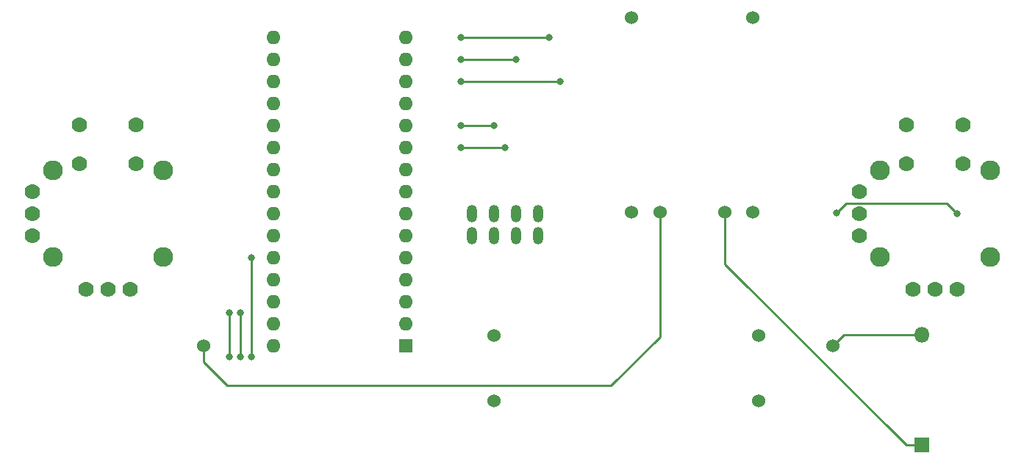
<source format=gbr>
%TF.GenerationSoftware,KiCad,Pcbnew,5.1.6-c6e7f7d~87~ubuntu18.04.1*%
%TF.CreationDate,2020-09-20T23:53:53-07:00*%
%TF.ProjectId,cad,6361642e-6b69-4636-9164-5f7063625858,rev?*%
%TF.SameCoordinates,Original*%
%TF.FileFunction,Copper,L2,Bot*%
%TF.FilePolarity,Positive*%
%FSLAX46Y46*%
G04 Gerber Fmt 4.6, Leading zero omitted, Abs format (unit mm)*
G04 Created by KiCad (PCBNEW 5.1.6-c6e7f7d~87~ubuntu18.04.1) date 2020-09-20 23:53:53*
%MOMM*%
%LPD*%
G01*
G04 APERTURE LIST*
%TA.AperFunction,ComponentPad*%
%ADD10O,1.800000X1.800000*%
%TD*%
%TA.AperFunction,ComponentPad*%
%ADD11R,1.800000X1.800000*%
%TD*%
%TA.AperFunction,ComponentPad*%
%ADD12C,1.524000*%
%TD*%
%TA.AperFunction,ComponentPad*%
%ADD13O,1.200000X2.000000*%
%TD*%
%TA.AperFunction,ComponentPad*%
%ADD14O,1.600000X1.600000*%
%TD*%
%TA.AperFunction,ComponentPad*%
%ADD15R,1.600000X1.600000*%
%TD*%
%TA.AperFunction,ComponentPad*%
%ADD16C,1.778000*%
%TD*%
%TA.AperFunction,ComponentPad*%
%ADD17C,2.286000*%
%TD*%
%TA.AperFunction,ViaPad*%
%ADD18C,0.800000*%
%TD*%
%TA.AperFunction,Conductor*%
%ADD19C,0.250000*%
%TD*%
G04 APERTURE END LIST*
D10*
%TO.P,D1,2*%
%TO.N,Net-(D1-Pad2)*%
X200406000Y-113030000D03*
D11*
%TO.P,D1,1*%
%TO.N,Net-(D1-Pad1)*%
X200406000Y-125730000D03*
%TD*%
D12*
%TO.P,U4,2*%
%TO.N,Net-(D1-Pad2)*%
X190174000Y-114300000D03*
%TO.P,U4,1*%
%TO.N,Net-(U2-Pad5)*%
X117674000Y-114300000D03*
%TD*%
D13*
%TO.P,U1,7*%
%TO.N,Net-(A1-Pad15)*%
X156210000Y-101600000D03*
%TO.P,U1,8*%
%TO.N,Net-(U1-Pad8)*%
X156210000Y-99060000D03*
%TO.P,U1,5*%
%TO.N,Net-(A1-Pad16)*%
X153670000Y-101600000D03*
%TO.P,U1,6*%
%TO.N,Net-(A1-Pad14)*%
X153670000Y-99060000D03*
%TO.P,U1,3*%
%TO.N,Net-(A1-Pad10)*%
X151130000Y-101600000D03*
%TO.P,U1,4*%
%TO.N,Net-(A1-Pad11)*%
X151130000Y-99060000D03*
%TO.P,U1,1*%
%TO.N,Net-(A1-Pad29)*%
X148590000Y-101600000D03*
%TO.P,U1,2*%
%TO.N,Net-(A1-Pad17)*%
X148590000Y-99060000D03*
%TD*%
D12*
%TO.P,U3,4*%
%TO.N,Net-(A1-Pad29)*%
X151120000Y-120590000D03*
%TO.P,U3,3*%
%TO.N,Net-(A1-Pad30)*%
X151120000Y-113090000D03*
%TO.P,U3,2*%
%TO.N,Net-(U2-Pad6)*%
X181620000Y-120590000D03*
%TO.P,U3,1*%
%TO.N,Net-(U2-Pad3)*%
X181620000Y-113090000D03*
%TD*%
%TO.P,U2,5*%
%TO.N,Net-(U2-Pad5)*%
X170240000Y-98900000D03*
%TO.P,U2,6*%
%TO.N,Net-(U2-Pad6)*%
X166990000Y-98900000D03*
%TO.P,U2,4*%
%TO.N,Net-(D1-Pad1)*%
X177740000Y-98900000D03*
%TO.P,U2,3*%
%TO.N,Net-(U2-Pad3)*%
X180990000Y-98900000D03*
%TO.P,U2,2*%
%TO.N,Net-(U2-Pad2)*%
X180990000Y-76400000D03*
%TO.P,U2,1*%
%TO.N,Net-(U2-Pad1)*%
X166990000Y-76400000D03*
%TD*%
D14*
%TO.P,A1,16*%
%TO.N,Net-(A1-Pad16)*%
X125730000Y-78740000D03*
%TO.P,A1,15*%
%TO.N,Net-(A1-Pad15)*%
X140970000Y-78740000D03*
%TO.P,A1,30*%
%TO.N,Net-(A1-Pad30)*%
X125730000Y-114300000D03*
%TO.P,A1,14*%
%TO.N,Net-(A1-Pad14)*%
X140970000Y-81280000D03*
%TO.P,A1,29*%
%TO.N,Net-(A1-Pad29)*%
X125730000Y-111760000D03*
%TO.P,A1,13*%
%TO.N,Net-(A1-Pad13)*%
X140970000Y-83820000D03*
%TO.P,A1,28*%
%TO.N,Net-(A1-Pad28)*%
X125730000Y-109220000D03*
%TO.P,A1,12*%
%TO.N,Net-(A1-Pad12)*%
X140970000Y-86360000D03*
%TO.P,A1,27*%
%TO.N,Net-(A1-Pad27)*%
X125730000Y-106680000D03*
%TO.P,A1,11*%
%TO.N,Net-(A1-Pad11)*%
X140970000Y-88900000D03*
%TO.P,A1,26*%
%TO.N,Net-(A1-Pad26)*%
X125730000Y-104140000D03*
%TO.P,A1,10*%
%TO.N,Net-(A1-Pad10)*%
X140970000Y-91440000D03*
%TO.P,A1,25*%
%TO.N,Net-(A1-Pad25)*%
X125730000Y-101600000D03*
%TO.P,A1,9*%
%TO.N,Net-(A1-Pad9)*%
X140970000Y-93980000D03*
%TO.P,A1,24*%
%TO.N,Net-(A1-Pad24)*%
X125730000Y-99060000D03*
%TO.P,A1,8*%
%TO.N,Net-(A1-Pad8)*%
X140970000Y-96520000D03*
%TO.P,A1,23*%
%TO.N,Net-(A1-Pad23)*%
X125730000Y-96520000D03*
%TO.P,A1,7*%
%TO.N,Net-(A1-Pad7)*%
X140970000Y-99060000D03*
%TO.P,A1,22*%
%TO.N,Net-(A1-Pad22)*%
X125730000Y-93980000D03*
%TO.P,A1,6*%
%TO.N,Net-(A1-Pad6)*%
X140970000Y-101600000D03*
%TO.P,A1,21*%
%TO.N,Net-(A1-Pad21)*%
X125730000Y-91440000D03*
%TO.P,A1,5*%
%TO.N,Net-(A1-Pad5)*%
X140970000Y-104140000D03*
%TO.P,A1,20*%
%TO.N,Net-(A1-Pad20)*%
X125730000Y-88900000D03*
%TO.P,A1,4*%
%TO.N,Net-(A1-Pad4)*%
X140970000Y-106680000D03*
%TO.P,A1,19*%
%TO.N,Net-(A1-Pad19)*%
X125730000Y-86360000D03*
%TO.P,A1,3*%
%TO.N,Net-(A1-Pad3)*%
X140970000Y-109220000D03*
%TO.P,A1,18*%
%TO.N,Net-(A1-Pad18)*%
X125730000Y-83820000D03*
%TO.P,A1,2*%
%TO.N,Net-(A1-Pad2)*%
X140970000Y-111760000D03*
%TO.P,A1,17*%
%TO.N,Net-(A1-Pad17)*%
X125730000Y-81280000D03*
D15*
%TO.P,A1,1*%
%TO.N,Net-(A1-Pad1)*%
X140970000Y-114300000D03*
%TD*%
D16*
%TO.P,J1,4*%
%TO.N,Net-(A1-Pad29)*%
X97950000Y-101610000D03*
%TO.P,J1,1*%
%TO.N,Net-(A1-Pad24)*%
X97950000Y-99060000D03*
%TO.P,J1,0*%
%TO.N,Net-(A1-Pad17)*%
X97948000Y-96510000D03*
D17*
%TO.P,J1,MOUN*%
%TO.N,N/C*%
X113005000Y-94060000D03*
X113005000Y-104060000D03*
%TO.P,J1,0*%
%TO.N,Net-(A1-Pad17)*%
X100355000Y-104060000D03*
%TO.P,J1,MOUN*%
%TO.N,N/C*%
X100355000Y-94060000D03*
D16*
%TO.P,J1,4*%
%TO.N,Net-(A1-Pad29)*%
X109230000Y-107790000D03*
%TO.P,J1,2*%
%TO.N,Net-(A1-Pad23)*%
X106680000Y-107790000D03*
%TO.P,J1,0*%
%TO.N,Net-(A1-Pad17)*%
X104130000Y-107790000D03*
%TO.P,J1,4*%
%TO.N,Net-(A1-Pad29)*%
X109930000Y-93310000D03*
X103430000Y-93310000D03*
%TO.P,J1,3*%
%TO.N,Net-(A1-Pad12)*%
X109930000Y-88810000D03*
X103430000Y-88810000D03*
%TD*%
%TO.P,J2,4*%
%TO.N,Net-(A1-Pad29)*%
X193200000Y-101610000D03*
%TO.P,J2,1*%
%TO.N,Net-(A1-Pad25)*%
X193200000Y-99060000D03*
%TO.P,J2,0*%
%TO.N,Net-(A1-Pad17)*%
X193198000Y-96510000D03*
D17*
%TO.P,J2,MOUN*%
%TO.N,N/C*%
X208255000Y-94060000D03*
X208255000Y-104060000D03*
%TO.P,J2,0*%
%TO.N,Net-(A1-Pad17)*%
X195605000Y-104060000D03*
%TO.P,J2,MOUN*%
%TO.N,N/C*%
X195605000Y-94060000D03*
D16*
%TO.P,J2,4*%
%TO.N,Net-(A1-Pad29)*%
X204480000Y-107790000D03*
%TO.P,J2,2*%
%TO.N,Net-(A1-Pad26)*%
X201930000Y-107790000D03*
%TO.P,J2,0*%
%TO.N,Net-(A1-Pad17)*%
X199380000Y-107790000D03*
%TO.P,J2,4*%
%TO.N,Net-(A1-Pad29)*%
X205180000Y-93310000D03*
X198680000Y-93310000D03*
%TO.P,J2,3*%
%TO.N,Net-(A1-Pad13)*%
X205180000Y-88810000D03*
X198680000Y-88810000D03*
%TD*%
D18*
%TO.N,Net-(A1-Pad15)*%
X157480000Y-78740000D03*
X147320000Y-78740000D03*
%TO.N,Net-(A1-Pad14)*%
X153670000Y-81280000D03*
X147320000Y-81280000D03*
%TO.N,Net-(A1-Pad29)*%
X190575000Y-98985000D03*
X204480000Y-99050000D03*
%TO.N,Net-(A1-Pad13)*%
X158750000Y-83820000D03*
X147320000Y-83820000D03*
%TO.N,Net-(A1-Pad11)*%
X147320000Y-88900000D03*
X151130000Y-88900000D03*
%TO.N,Net-(A1-Pad26)*%
X121920000Y-115570000D03*
X121920000Y-110490000D03*
%TO.N,Net-(A1-Pad10)*%
X147320000Y-91440000D03*
X152400000Y-91440000D03*
%TO.N,Net-(A1-Pad25)*%
X123190000Y-104140000D03*
X123190000Y-115570000D03*
%TO.N,Net-(A1-Pad24)*%
X120650000Y-110490000D03*
X120650000Y-115570000D03*
%TD*%
D19*
%TO.N,Net-(A1-Pad15)*%
X157480000Y-78740000D02*
X147320000Y-78740000D01*
%TO.N,Net-(A1-Pad14)*%
X147320000Y-81280000D02*
X153670000Y-81280000D01*
%TO.N,Net-(A1-Pad29)*%
X203275999Y-97845999D02*
X204480000Y-99050000D01*
X191714001Y-97845999D02*
X203275999Y-97845999D01*
X190575000Y-98985000D02*
X191714001Y-97845999D01*
%TO.N,Net-(A1-Pad13)*%
X158750000Y-83820000D02*
X147320000Y-83820000D01*
%TO.N,Net-(A1-Pad11)*%
X151130000Y-88900000D02*
X147320000Y-88900000D01*
%TO.N,Net-(A1-Pad26)*%
X121920000Y-115570000D02*
X121920000Y-110490000D01*
%TO.N,Net-(A1-Pad10)*%
X147320000Y-91440000D02*
X152400000Y-91440000D01*
%TO.N,Net-(A1-Pad25)*%
X123190000Y-104140000D02*
X123190000Y-115570000D01*
%TO.N,Net-(A1-Pad24)*%
X120650000Y-110490000D02*
X120650000Y-115570000D01*
X120650000Y-115570000D02*
X120650000Y-115570000D01*
%TO.N,Net-(U2-Pad5)*%
X170240000Y-113224000D02*
X170240000Y-98900000D01*
X117674000Y-114300000D02*
X117674000Y-116150000D01*
X164592000Y-118872000D02*
X170240000Y-113224000D01*
X120396000Y-118872000D02*
X164592000Y-118872000D01*
X117674000Y-116150000D02*
X120396000Y-118872000D01*
%TO.N,Net-(D1-Pad1)*%
X177740000Y-98900000D02*
X177740000Y-104842000D01*
X198628000Y-125730000D02*
X200406000Y-125730000D01*
X177740000Y-104842000D02*
X198628000Y-125730000D01*
%TO.N,Net-(D1-Pad2)*%
X191444000Y-113030000D02*
X190174000Y-114300000D01*
X200406000Y-113030000D02*
X191444000Y-113030000D01*
%TD*%
M02*

</source>
